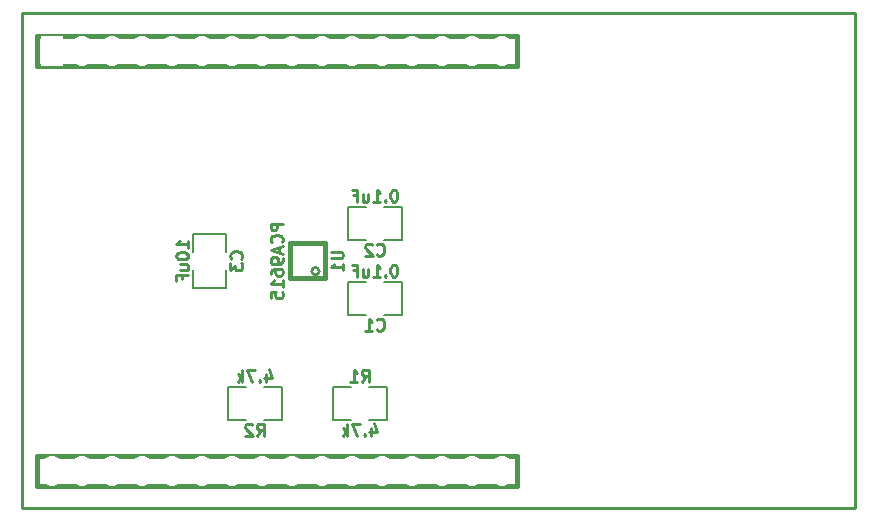
<source format=gbo>
%TF.GenerationSoftware,KiCad,Pcbnew,no-vcs-found-427e5ec~60~ubuntu16.04.1*%
%TF.CreationDate,2017-09-22T15:23:26-04:00*%
%TF.ProjectId,i2c_interface_3x2,6932635F696E746572666163655F3378,1.0*%
%TF.SameCoordinates,Original*%
%TF.FileFunction,Legend,Bot*%
%TF.FilePolarity,Positive*%
%FSLAX46Y46*%
G04 Gerber Fmt 4.6, Leading zero omitted, Abs format (unit mm)*
G04 Created by KiCad (PCBNEW no-vcs-found-427e5ec~60~ubuntu16.04.1) date Fri Sep 22 15:23:26 2017*
%MOMM*%
%LPD*%
G01*
G04 APERTURE LIST*
%ADD10C,0.228600*%
%ADD11C,0.381000*%
%ADD12C,0.127000*%
%ADD13C,0.254000*%
%ADD14C,3.556000*%
%ADD15O,1.854200X2.540000*%
%ADD16R,1.854200X2.540000*%
%ADD17R,1.270000X2.540000*%
%ADD18R,2.540000X1.270000*%
%ADD19O,1.625600X2.133600*%
%ADD20R,1.625600X2.133600*%
%ADD21R,0.400000X1.580000*%
G04 APERTURE END LIST*
D10*
X156210000Y-67945000D02*
X85725000Y-67945000D01*
X156210000Y-109855000D02*
X156210000Y-67945000D01*
X85725000Y-109855000D02*
X156210000Y-109855000D01*
X85725000Y-67945000D02*
X85725000Y-109855000D01*
D11*
%TO.C,MDB1*%
X127635000Y-69850000D02*
X86995000Y-69850000D01*
X127635000Y-72390000D02*
X127635000Y-69850000D01*
X86995000Y-72390000D02*
X127635000Y-72390000D01*
X86995000Y-69850000D02*
X86995000Y-72390000D01*
X127635000Y-105410000D02*
X86995000Y-105410000D01*
X127635000Y-107950000D02*
X127635000Y-105410000D01*
X86995000Y-107950000D02*
X127635000Y-107950000D01*
X86995000Y-105410000D02*
X86995000Y-107950000D01*
D12*
%TO.C,C1*%
X114808000Y-93472000D02*
X113284000Y-93472000D01*
X113284000Y-93472000D02*
X113284000Y-90678000D01*
X113284000Y-90678000D02*
X114808000Y-90678000D01*
X116332000Y-90678000D02*
X117856000Y-90678000D01*
X117856000Y-90678000D02*
X117856000Y-93472000D01*
X117856000Y-93472000D02*
X116332000Y-93472000D01*
%TO.C,C2*%
X117856000Y-87122000D02*
X116332000Y-87122000D01*
X117856000Y-84328000D02*
X117856000Y-87122000D01*
X116332000Y-84328000D02*
X117856000Y-84328000D01*
X113284000Y-84328000D02*
X114808000Y-84328000D01*
X113284000Y-87122000D02*
X113284000Y-84328000D01*
X114808000Y-87122000D02*
X113284000Y-87122000D01*
%TO.C,C3*%
X102997000Y-89662000D02*
X102997000Y-91186000D01*
X102997000Y-91186000D02*
X100203000Y-91186000D01*
X100203000Y-91186000D02*
X100203000Y-89662000D01*
X100203000Y-88138000D02*
X100203000Y-86614000D01*
X100203000Y-86614000D02*
X102997000Y-86614000D01*
X102997000Y-86614000D02*
X102997000Y-88138000D01*
%TO.C,R1*%
X115062000Y-99568000D02*
X116586000Y-99568000D01*
X116586000Y-99568000D02*
X116586000Y-102362000D01*
X116586000Y-102362000D02*
X115062000Y-102362000D01*
X113538000Y-102362000D02*
X112014000Y-102362000D01*
X112014000Y-102362000D02*
X112014000Y-99568000D01*
X112014000Y-99568000D02*
X113538000Y-99568000D01*
%TO.C,R2*%
X107696000Y-102362000D02*
X106172000Y-102362000D01*
X107696000Y-99568000D02*
X107696000Y-102362000D01*
X106172000Y-99568000D02*
X107696000Y-99568000D01*
X103124000Y-99568000D02*
X104648000Y-99568000D01*
X103124000Y-102362000D02*
X103124000Y-99568000D01*
X104648000Y-102362000D02*
X103124000Y-102362000D01*
D10*
%TO.C,U1*%
X110871228Y-89800000D02*
G75*
G03X110871228Y-89800000I-316228J0D01*
G01*
D11*
X108355000Y-87400000D02*
X111355000Y-87400000D01*
X108355000Y-90400000D02*
X108355000Y-87400000D01*
X111355000Y-90400000D02*
X108355000Y-90400000D01*
X111355000Y-87400000D02*
X111355000Y-90400000D01*
%TD*%
%TO.C,C1*%
D13*
X115739333Y-94723857D02*
X115787714Y-94772238D01*
X115932857Y-94820619D01*
X116029619Y-94820619D01*
X116174761Y-94772238D01*
X116271523Y-94675476D01*
X116319904Y-94578714D01*
X116368285Y-94385190D01*
X116368285Y-94240047D01*
X116319904Y-94046523D01*
X116271523Y-93949761D01*
X116174761Y-93853000D01*
X116029619Y-93804619D01*
X115932857Y-93804619D01*
X115787714Y-93853000D01*
X115739333Y-93901380D01*
X114771714Y-94820619D02*
X115352285Y-94820619D01*
X115062000Y-94820619D02*
X115062000Y-93804619D01*
X115158761Y-93949761D01*
X115255523Y-94046523D01*
X115352285Y-94094904D01*
X117239142Y-89232619D02*
X117142380Y-89232619D01*
X117045619Y-89281000D01*
X116997238Y-89329380D01*
X116948857Y-89426142D01*
X116900476Y-89619666D01*
X116900476Y-89861571D01*
X116948857Y-90055095D01*
X116997238Y-90151857D01*
X117045619Y-90200238D01*
X117142380Y-90248619D01*
X117239142Y-90248619D01*
X117335904Y-90200238D01*
X117384285Y-90151857D01*
X117432666Y-90055095D01*
X117481047Y-89861571D01*
X117481047Y-89619666D01*
X117432666Y-89426142D01*
X117384285Y-89329380D01*
X117335904Y-89281000D01*
X117239142Y-89232619D01*
X116465047Y-90151857D02*
X116416666Y-90200238D01*
X116465047Y-90248619D01*
X116513428Y-90200238D01*
X116465047Y-90151857D01*
X116465047Y-90248619D01*
X115449047Y-90248619D02*
X116029619Y-90248619D01*
X115739333Y-90248619D02*
X115739333Y-89232619D01*
X115836095Y-89377761D01*
X115932857Y-89474523D01*
X116029619Y-89522904D01*
X114578190Y-89571285D02*
X114578190Y-90248619D01*
X115013619Y-89571285D02*
X115013619Y-90103476D01*
X114965238Y-90200238D01*
X114868476Y-90248619D01*
X114723333Y-90248619D01*
X114626571Y-90200238D01*
X114578190Y-90151857D01*
X113755714Y-89716428D02*
X114094380Y-89716428D01*
X114094380Y-90248619D02*
X114094380Y-89232619D01*
X113610571Y-89232619D01*
%TO.C,C2*%
X115739333Y-88373857D02*
X115787714Y-88422238D01*
X115932857Y-88470619D01*
X116029619Y-88470619D01*
X116174761Y-88422238D01*
X116271523Y-88325476D01*
X116319904Y-88228714D01*
X116368285Y-88035190D01*
X116368285Y-87890047D01*
X116319904Y-87696523D01*
X116271523Y-87599761D01*
X116174761Y-87503000D01*
X116029619Y-87454619D01*
X115932857Y-87454619D01*
X115787714Y-87503000D01*
X115739333Y-87551380D01*
X115352285Y-87551380D02*
X115303904Y-87503000D01*
X115207142Y-87454619D01*
X114965238Y-87454619D01*
X114868476Y-87503000D01*
X114820095Y-87551380D01*
X114771714Y-87648142D01*
X114771714Y-87744904D01*
X114820095Y-87890047D01*
X115400666Y-88470619D01*
X114771714Y-88470619D01*
X117239142Y-82882619D02*
X117142380Y-82882619D01*
X117045619Y-82931000D01*
X116997238Y-82979380D01*
X116948857Y-83076142D01*
X116900476Y-83269666D01*
X116900476Y-83511571D01*
X116948857Y-83705095D01*
X116997238Y-83801857D01*
X117045619Y-83850238D01*
X117142380Y-83898619D01*
X117239142Y-83898619D01*
X117335904Y-83850238D01*
X117384285Y-83801857D01*
X117432666Y-83705095D01*
X117481047Y-83511571D01*
X117481047Y-83269666D01*
X117432666Y-83076142D01*
X117384285Y-82979380D01*
X117335904Y-82931000D01*
X117239142Y-82882619D01*
X116465047Y-83801857D02*
X116416666Y-83850238D01*
X116465047Y-83898619D01*
X116513428Y-83850238D01*
X116465047Y-83801857D01*
X116465047Y-83898619D01*
X115449047Y-83898619D02*
X116029619Y-83898619D01*
X115739333Y-83898619D02*
X115739333Y-82882619D01*
X115836095Y-83027761D01*
X115932857Y-83124523D01*
X116029619Y-83172904D01*
X114578190Y-83221285D02*
X114578190Y-83898619D01*
X115013619Y-83221285D02*
X115013619Y-83753476D01*
X114965238Y-83850238D01*
X114868476Y-83898619D01*
X114723333Y-83898619D01*
X114626571Y-83850238D01*
X114578190Y-83801857D01*
X113755714Y-83366428D02*
X114094380Y-83366428D01*
X114094380Y-83898619D02*
X114094380Y-82882619D01*
X113610571Y-82882619D01*
%TO.C,C3*%
X104248857Y-88730666D02*
X104297238Y-88682285D01*
X104345619Y-88537142D01*
X104345619Y-88440380D01*
X104297238Y-88295238D01*
X104200476Y-88198476D01*
X104103714Y-88150095D01*
X103910190Y-88101714D01*
X103765047Y-88101714D01*
X103571523Y-88150095D01*
X103474761Y-88198476D01*
X103378000Y-88295238D01*
X103329619Y-88440380D01*
X103329619Y-88537142D01*
X103378000Y-88682285D01*
X103426380Y-88730666D01*
X103329619Y-89069333D02*
X103329619Y-89698285D01*
X103716666Y-89359619D01*
X103716666Y-89504761D01*
X103765047Y-89601523D01*
X103813428Y-89649904D01*
X103910190Y-89698285D01*
X104152095Y-89698285D01*
X104248857Y-89649904D01*
X104297238Y-89601523D01*
X104345619Y-89504761D01*
X104345619Y-89214476D01*
X104297238Y-89117714D01*
X104248857Y-89069333D01*
X99773619Y-87811428D02*
X99773619Y-87230857D01*
X99773619Y-87521142D02*
X98757619Y-87521142D01*
X98902761Y-87424380D01*
X98999523Y-87327619D01*
X99047904Y-87230857D01*
X98757619Y-88440380D02*
X98757619Y-88537142D01*
X98806000Y-88633904D01*
X98854380Y-88682285D01*
X98951142Y-88730666D01*
X99144666Y-88779047D01*
X99386571Y-88779047D01*
X99580095Y-88730666D01*
X99676857Y-88682285D01*
X99725238Y-88633904D01*
X99773619Y-88537142D01*
X99773619Y-88440380D01*
X99725238Y-88343619D01*
X99676857Y-88295238D01*
X99580095Y-88246857D01*
X99386571Y-88198476D01*
X99144666Y-88198476D01*
X98951142Y-88246857D01*
X98854380Y-88295238D01*
X98806000Y-88343619D01*
X98757619Y-88440380D01*
X99096285Y-89649904D02*
X99773619Y-89649904D01*
X99096285Y-89214476D02*
X99628476Y-89214476D01*
X99725238Y-89262857D01*
X99773619Y-89359619D01*
X99773619Y-89504761D01*
X99725238Y-89601523D01*
X99676857Y-89649904D01*
X99241428Y-90472380D02*
X99241428Y-90133714D01*
X99773619Y-90133714D02*
X98757619Y-90133714D01*
X98757619Y-90617523D01*
%TO.C,R1*%
X114469333Y-99138619D02*
X114808000Y-98654809D01*
X115049904Y-99138619D02*
X115049904Y-98122619D01*
X114662857Y-98122619D01*
X114566095Y-98171000D01*
X114517714Y-98219380D01*
X114469333Y-98316142D01*
X114469333Y-98461285D01*
X114517714Y-98558047D01*
X114566095Y-98606428D01*
X114662857Y-98654809D01*
X115049904Y-98654809D01*
X113501714Y-99138619D02*
X114082285Y-99138619D01*
X113792000Y-99138619D02*
X113792000Y-98122619D01*
X113888761Y-98267761D01*
X113985523Y-98364523D01*
X114082285Y-98412904D01*
X115243428Y-103033285D02*
X115243428Y-103710619D01*
X115485333Y-102646238D02*
X115727238Y-103371952D01*
X115098285Y-103371952D01*
X114711238Y-103613857D02*
X114662857Y-103662238D01*
X114711238Y-103710619D01*
X114759619Y-103662238D01*
X114711238Y-103613857D01*
X114711238Y-103710619D01*
X114324190Y-102694619D02*
X113646857Y-102694619D01*
X114082285Y-103710619D01*
X113259809Y-103710619D02*
X113259809Y-102694619D01*
X113163047Y-103323571D02*
X112872761Y-103710619D01*
X112872761Y-103033285D02*
X113259809Y-103420333D01*
%TO.C,R2*%
X105579333Y-103710619D02*
X105918000Y-103226809D01*
X106159904Y-103710619D02*
X106159904Y-102694619D01*
X105772857Y-102694619D01*
X105676095Y-102743000D01*
X105627714Y-102791380D01*
X105579333Y-102888142D01*
X105579333Y-103033285D01*
X105627714Y-103130047D01*
X105676095Y-103178428D01*
X105772857Y-103226809D01*
X106159904Y-103226809D01*
X105192285Y-102791380D02*
X105143904Y-102743000D01*
X105047142Y-102694619D01*
X104805238Y-102694619D01*
X104708476Y-102743000D01*
X104660095Y-102791380D01*
X104611714Y-102888142D01*
X104611714Y-102984904D01*
X104660095Y-103130047D01*
X105240666Y-103710619D01*
X104611714Y-103710619D01*
X106353428Y-98461285D02*
X106353428Y-99138619D01*
X106595333Y-98074238D02*
X106837238Y-98799952D01*
X106208285Y-98799952D01*
X105821238Y-99041857D02*
X105772857Y-99090238D01*
X105821238Y-99138619D01*
X105869619Y-99090238D01*
X105821238Y-99041857D01*
X105821238Y-99138619D01*
X105434190Y-98122619D02*
X104756857Y-98122619D01*
X105192285Y-99138619D01*
X104369809Y-99138619D02*
X104369809Y-98122619D01*
X104273047Y-98751571D02*
X103982761Y-99138619D01*
X103982761Y-98461285D02*
X104369809Y-98848333D01*
%TO.C,U1*%
X111838619Y-88125904D02*
X112661095Y-88125904D01*
X112757857Y-88174285D01*
X112806238Y-88222666D01*
X112854619Y-88319428D01*
X112854619Y-88512952D01*
X112806238Y-88609714D01*
X112757857Y-88658095D01*
X112661095Y-88706476D01*
X111838619Y-88706476D01*
X112854619Y-89722476D02*
X112854619Y-89141904D01*
X112854619Y-89432190D02*
X111838619Y-89432190D01*
X111983761Y-89335428D01*
X112080523Y-89238666D01*
X112128904Y-89141904D01*
X107774619Y-85755238D02*
X106758619Y-85755238D01*
X106758619Y-86142285D01*
X106807000Y-86239047D01*
X106855380Y-86287428D01*
X106952142Y-86335809D01*
X107097285Y-86335809D01*
X107194047Y-86287428D01*
X107242428Y-86239047D01*
X107290809Y-86142285D01*
X107290809Y-85755238D01*
X107677857Y-87351809D02*
X107726238Y-87303428D01*
X107774619Y-87158285D01*
X107774619Y-87061523D01*
X107726238Y-86916380D01*
X107629476Y-86819619D01*
X107532714Y-86771238D01*
X107339190Y-86722857D01*
X107194047Y-86722857D01*
X107000523Y-86771238D01*
X106903761Y-86819619D01*
X106807000Y-86916380D01*
X106758619Y-87061523D01*
X106758619Y-87158285D01*
X106807000Y-87303428D01*
X106855380Y-87351809D01*
X107484333Y-87738857D02*
X107484333Y-88222666D01*
X107774619Y-87642095D02*
X106758619Y-87980761D01*
X107774619Y-88319428D01*
X107774619Y-88706476D02*
X107774619Y-88900000D01*
X107726238Y-88996761D01*
X107677857Y-89045142D01*
X107532714Y-89141904D01*
X107339190Y-89190285D01*
X106952142Y-89190285D01*
X106855380Y-89141904D01*
X106807000Y-89093523D01*
X106758619Y-88996761D01*
X106758619Y-88803238D01*
X106807000Y-88706476D01*
X106855380Y-88658095D01*
X106952142Y-88609714D01*
X107194047Y-88609714D01*
X107290809Y-88658095D01*
X107339190Y-88706476D01*
X107387571Y-88803238D01*
X107387571Y-88996761D01*
X107339190Y-89093523D01*
X107290809Y-89141904D01*
X107194047Y-89190285D01*
X106758619Y-90061142D02*
X106758619Y-89867619D01*
X106807000Y-89770857D01*
X106855380Y-89722476D01*
X107000523Y-89625714D01*
X107194047Y-89577333D01*
X107581095Y-89577333D01*
X107677857Y-89625714D01*
X107726238Y-89674095D01*
X107774619Y-89770857D01*
X107774619Y-89964380D01*
X107726238Y-90061142D01*
X107677857Y-90109523D01*
X107581095Y-90157904D01*
X107339190Y-90157904D01*
X107242428Y-90109523D01*
X107194047Y-90061142D01*
X107145666Y-89964380D01*
X107145666Y-89770857D01*
X107194047Y-89674095D01*
X107242428Y-89625714D01*
X107339190Y-89577333D01*
X107774619Y-91125523D02*
X107774619Y-90544952D01*
X107774619Y-90835238D02*
X106758619Y-90835238D01*
X106903761Y-90738476D01*
X107000523Y-90641714D01*
X107048904Y-90544952D01*
X106758619Y-92044761D02*
X106758619Y-91560952D01*
X107242428Y-91512571D01*
X107194047Y-91560952D01*
X107145666Y-91657714D01*
X107145666Y-91899619D01*
X107194047Y-91996380D01*
X107242428Y-92044761D01*
X107339190Y-92093142D01*
X107581095Y-92093142D01*
X107677857Y-92044761D01*
X107726238Y-91996380D01*
X107774619Y-91899619D01*
X107774619Y-91657714D01*
X107726238Y-91560952D01*
X107677857Y-91512571D01*
%TD*%
%LPC*%
D14*
%TO.C,MDB1*%
X130175000Y-71120000D03*
X130175000Y-106680000D03*
X89535000Y-101600000D03*
X89535000Y-76200000D03*
D15*
X88265000Y-106680000D03*
X90805000Y-106680000D03*
X93345000Y-106680000D03*
X95885000Y-106680000D03*
X98425000Y-106680000D03*
X100965000Y-106680000D03*
X103505000Y-106680000D03*
X106045000Y-106680000D03*
X108585000Y-106680000D03*
X111125000Y-106680000D03*
X113665000Y-106680000D03*
X116205000Y-106680000D03*
X118745000Y-106680000D03*
X121285000Y-106680000D03*
X123825000Y-106680000D03*
X126365000Y-106680000D03*
X126365000Y-71120000D03*
X123825000Y-71120000D03*
X121285000Y-71120000D03*
X118745000Y-71120000D03*
X116205000Y-71120000D03*
X113665000Y-71120000D03*
X111125000Y-71120000D03*
X108585000Y-71120000D03*
X106045000Y-71120000D03*
X103505000Y-71120000D03*
X100965000Y-71120000D03*
X98425000Y-71120000D03*
X95885000Y-71120000D03*
D16*
X88265000Y-71120000D03*
D15*
X93345000Y-71120000D03*
X90805000Y-71120000D03*
%TD*%
D17*
%TO.C,C1*%
X114046000Y-92075000D03*
X117094000Y-92075000D03*
%TD*%
%TO.C,C2*%
X117094000Y-85725000D03*
X114046000Y-85725000D03*
%TD*%
D18*
%TO.C,C3*%
X101600000Y-90424000D03*
X101600000Y-87376000D03*
%TD*%
D19*
%TO.C,P1*%
X99060000Y-84074000D03*
X99060000Y-81026000D03*
X101600000Y-84074000D03*
X101600000Y-81026000D03*
X104140000Y-84074000D03*
D20*
X104140000Y-81026000D03*
%TD*%
%TO.C,P2*%
X104140000Y-93726000D03*
D19*
X104140000Y-96774000D03*
X101600000Y-93726000D03*
X101600000Y-96774000D03*
X99060000Y-93726000D03*
X99060000Y-96774000D03*
%TD*%
D17*
%TO.C,R1*%
X115824000Y-100965000D03*
X112776000Y-100965000D03*
%TD*%
%TO.C,R2*%
X106934000Y-100965000D03*
X103886000Y-100965000D03*
%TD*%
D21*
%TO.C,U1*%
X110855000Y-91400000D03*
X110355000Y-91400000D03*
X109855000Y-91400000D03*
X109355000Y-91400000D03*
X108855000Y-91400000D03*
X108855000Y-86400000D03*
X109355000Y-86400000D03*
X109855000Y-86400000D03*
X110355000Y-86400000D03*
X110855000Y-86400000D03*
%TD*%
M02*

</source>
